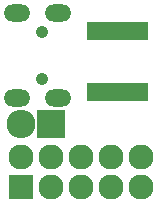
<source format=gbr>
G04 #@! TF.FileFunction,Soldermask,Bot*
%FSLAX46Y46*%
G04 Gerber Fmt 4.6, Leading zero omitted, Abs format (unit mm)*
G04 Created by KiCad (PCBNEW 0.201603171416+6624~43~ubuntu15.10.1-product) date man 21 mar 2016 10:26:27 CET*
%MOMM*%
G01*
G04 APERTURE LIST*
%ADD10C,0.100000*%
%ADD11R,0.800000X1.600000*%
%ADD12O,2.250000X1.450000*%
%ADD13C,1.050000*%
%ADD14R,2.432000X2.432000*%
%ADD15O,2.432000X2.432000*%
%ADD16O,2.127200X2.127200*%
%ADD17R,2.127200X2.127200*%
G04 APERTURE END LIST*
D10*
D11*
X126479300Y-117433400D03*
X125844300Y-117433400D03*
X125209300Y-117433400D03*
X124574300Y-117433400D03*
X123939300Y-117433400D03*
X123304300Y-117433400D03*
X122669300Y-117433400D03*
X122034300Y-117433400D03*
X122034300Y-112233400D03*
X122669300Y-112233400D03*
X123304300Y-112233400D03*
X123939300Y-112233400D03*
X124574300Y-112233400D03*
X125209300Y-112233400D03*
X125844300Y-112233400D03*
X126479300Y-112233400D03*
D12*
X115756400Y-110718400D03*
X115756400Y-117868400D03*
X119206400Y-110718400D03*
X119206400Y-117868400D03*
D13*
X117881400Y-112293400D03*
X117881400Y-116293400D03*
D14*
X118668800Y-120116600D03*
D15*
X116128800Y-120116600D03*
D16*
X126263400Y-122859800D03*
X126263400Y-125399800D03*
D17*
X116103400Y-125399800D03*
D16*
X116103400Y-122859800D03*
X118643400Y-125399800D03*
X118643400Y-122859800D03*
X121183400Y-125399800D03*
X121183400Y-122859800D03*
X123723400Y-125399800D03*
X123723400Y-122859800D03*
M02*

</source>
